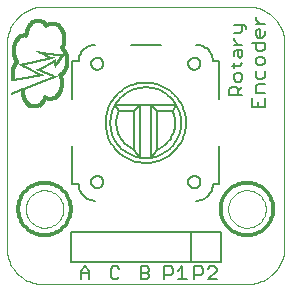
<source format=gto>
G75*
G70*
%OFA0B0*%
%FSLAX24Y24*%
%IPPOS*%
%LPD*%
%AMOC8*
5,1,8,0,0,1.08239X$1,22.5*
%
%ADD10C,0.0000*%
%ADD11C,0.0120*%
%ADD12R,0.0005X0.0110*%
%ADD13R,0.0005X0.0210*%
%ADD14R,0.0005X0.0280*%
%ADD15R,0.0005X0.0325*%
%ADD16R,0.0005X0.0365*%
%ADD17R,0.0005X0.0410*%
%ADD18R,0.0005X0.0440*%
%ADD19R,0.0005X0.0470*%
%ADD20R,0.0005X0.0505*%
%ADD21R,0.0005X0.0530*%
%ADD22R,0.0005X0.0555*%
%ADD23R,0.0005X0.0580*%
%ADD24R,0.0005X0.0600*%
%ADD25R,0.0005X0.0625*%
%ADD26R,0.0005X0.0645*%
%ADD27R,0.0005X0.0665*%
%ADD28R,0.0005X0.0685*%
%ADD29R,0.0005X0.0705*%
%ADD30R,0.0005X0.0715*%
%ADD31R,0.0005X0.0735*%
%ADD32R,0.0005X0.0755*%
%ADD33R,0.0005X0.0090*%
%ADD34R,0.0005X0.0770*%
%ADD35R,0.0005X0.0190*%
%ADD36R,0.0005X0.0355*%
%ADD37R,0.0005X0.0360*%
%ADD38R,0.0005X0.0260*%
%ADD39R,0.0005X0.0315*%
%ADD40R,0.0005X0.0320*%
%ADD41R,0.0005X0.0295*%
%ADD42R,0.0005X0.0275*%
%ADD43R,0.0005X0.0400*%
%ADD44R,0.0005X0.0265*%
%ADD45R,0.0005X0.0435*%
%ADD46R,0.0005X0.0255*%
%ADD47R,0.0005X0.0465*%
%ADD48R,0.0005X0.0245*%
%ADD49R,0.0005X0.0495*%
%ADD50R,0.0005X0.0235*%
%ADD51R,0.0005X0.0525*%
%ADD52R,0.0005X0.0230*%
%ADD53R,0.0005X0.0240*%
%ADD54R,0.0005X0.0545*%
%ADD55R,0.0005X0.0820*%
%ADD56R,0.0005X0.0220*%
%ADD57R,0.0005X0.0025*%
%ADD58R,0.0005X0.0795*%
%ADD59R,0.0005X0.0215*%
%ADD60R,0.0005X0.0035*%
%ADD61R,0.0005X0.0040*%
%ADD62R,0.0005X0.0800*%
%ADD63R,0.0005X0.0205*%
%ADD64R,0.0005X0.0050*%
%ADD65R,0.0005X0.0805*%
%ADD66R,0.0005X0.0165*%
%ADD67R,0.0005X0.0055*%
%ADD68R,0.0005X0.0200*%
%ADD69R,0.0005X0.0060*%
%ADD70R,0.0005X0.0300*%
%ADD71R,0.0005X0.0195*%
%ADD72R,0.0005X0.0065*%
%ADD73R,0.0005X0.0345*%
%ADD74R,0.0005X0.0070*%
%ADD75R,0.0005X0.0385*%
%ADD76R,0.0005X0.0080*%
%ADD77R,0.0005X0.0425*%
%ADD78R,0.0005X0.0185*%
%ADD79R,0.0005X0.0085*%
%ADD80R,0.0005X0.0635*%
%ADD81R,0.0005X0.0810*%
%ADD82R,0.0005X0.0095*%
%ADD83R,0.0005X0.0335*%
%ADD84R,0.0005X0.0655*%
%ADD85R,0.0005X0.0105*%
%ADD86R,0.0005X0.0290*%
%ADD87R,0.0005X0.0660*%
%ADD88R,0.0005X0.0115*%
%ADD89R,0.0005X0.0285*%
%ADD90R,0.0005X0.0120*%
%ADD91R,0.0005X0.0270*%
%ADD92R,0.0005X0.0675*%
%ADD93R,0.0005X0.0130*%
%ADD94R,0.0005X0.0680*%
%ADD95R,0.0005X0.0135*%
%ADD96R,0.0005X0.0250*%
%ADD97R,0.0005X0.0140*%
%ADD98R,0.0005X0.0180*%
%ADD99R,0.0005X0.0695*%
%ADD100R,0.0005X0.0150*%
%ADD101R,0.0005X0.0160*%
%ADD102R,0.0005X0.0155*%
%ADD103R,0.0005X0.0145*%
%ADD104R,0.0005X0.0700*%
%ADD105R,0.0005X0.0225*%
%ADD106R,0.0005X0.0170*%
%ADD107R,0.0005X0.0100*%
%ADD108R,0.0005X0.0075*%
%ADD109R,0.0005X0.0720*%
%ADD110R,0.0005X0.0725*%
%ADD111R,0.0005X0.0340*%
%ADD112R,0.0005X0.0305*%
%ADD113R,0.0005X0.0175*%
%ADD114R,0.0005X0.0005*%
%ADD115R,0.0005X0.0010*%
%ADD116R,0.0005X0.0015*%
%ADD117R,0.0005X0.0020*%
%ADD118R,0.0005X0.0030*%
%ADD119R,0.0005X0.0125*%
%ADD120R,0.0005X0.0045*%
%ADD121R,0.0005X0.0370*%
%ADD122R,0.0005X0.0375*%
%ADD123R,0.0005X0.0350*%
%ADD124R,0.0005X0.0330*%
%ADD125R,0.0005X0.0485*%
%ADD126R,0.0005X0.0480*%
%ADD127R,0.0005X0.0460*%
%ADD128R,0.0005X0.0445*%
%ADD129R,0.0005X0.0310*%
%ADD130R,0.0005X0.0380*%
%ADD131R,0.0005X0.0415*%
%ADD132R,0.0005X0.0450*%
%ADD133R,0.0005X0.0490*%
%ADD134R,0.0005X0.0965*%
%ADD135R,0.0005X0.0975*%
%ADD136R,0.0005X0.0980*%
%ADD137R,0.0005X0.0990*%
%ADD138R,0.0005X0.1005*%
%ADD139R,0.0005X0.0615*%
%ADD140R,0.0005X0.0640*%
%ADD141R,0.0005X0.0605*%
%ADD142R,0.0005X0.0620*%
%ADD143R,0.0005X0.0590*%
%ADD144R,0.0005X0.0570*%
%ADD145R,0.0005X0.0540*%
%ADD146R,0.0005X0.0515*%
%ADD147R,0.0005X0.0565*%
%ADD148R,0.0005X0.0535*%
%ADD149R,0.0005X0.0395*%
%ADD150R,0.0005X0.0520*%
%ADD151R,0.0005X0.0500*%
%ADD152R,0.0005X0.0430*%
%ADD153C,0.0080*%
%ADD154C,0.0060*%
D10*
X001905Y000705D02*
X008655Y000705D01*
X008723Y000707D01*
X008790Y000712D01*
X008857Y000721D01*
X008924Y000734D01*
X008989Y000751D01*
X009054Y000770D01*
X009118Y000794D01*
X009180Y000821D01*
X009241Y000851D01*
X009299Y000884D01*
X009356Y000920D01*
X009411Y000960D01*
X009464Y001002D01*
X009515Y001048D01*
X009562Y001095D01*
X009608Y001146D01*
X009650Y001199D01*
X009690Y001254D01*
X009726Y001311D01*
X009759Y001369D01*
X009789Y001430D01*
X009816Y001492D01*
X009840Y001556D01*
X009859Y001621D01*
X009876Y001686D01*
X009889Y001753D01*
X009898Y001820D01*
X009903Y001887D01*
X009905Y001955D01*
X009905Y008705D01*
X009903Y008773D01*
X009898Y008840D01*
X009889Y008907D01*
X009876Y008974D01*
X009859Y009039D01*
X009840Y009104D01*
X009816Y009168D01*
X009789Y009230D01*
X009759Y009291D01*
X009726Y009349D01*
X009690Y009406D01*
X009650Y009461D01*
X009608Y009514D01*
X009562Y009565D01*
X009515Y009612D01*
X009464Y009658D01*
X009411Y009700D01*
X009356Y009740D01*
X009299Y009776D01*
X009241Y009809D01*
X009180Y009839D01*
X009118Y009866D01*
X009054Y009890D01*
X008989Y009909D01*
X008924Y009926D01*
X008857Y009939D01*
X008790Y009948D01*
X008723Y009953D01*
X008655Y009955D01*
X001905Y009955D01*
X001837Y009953D01*
X001770Y009948D01*
X001703Y009939D01*
X001636Y009926D01*
X001571Y009909D01*
X001506Y009890D01*
X001442Y009866D01*
X001380Y009839D01*
X001319Y009809D01*
X001261Y009776D01*
X001204Y009740D01*
X001149Y009700D01*
X001096Y009658D01*
X001045Y009612D01*
X000998Y009565D01*
X000952Y009514D01*
X000910Y009461D01*
X000870Y009406D01*
X000834Y009349D01*
X000801Y009291D01*
X000771Y009230D01*
X000744Y009168D01*
X000720Y009104D01*
X000701Y009039D01*
X000684Y008974D01*
X000671Y008907D01*
X000662Y008840D01*
X000657Y008773D01*
X000655Y008705D01*
X000655Y001955D01*
X000656Y001955D02*
X000654Y001889D01*
X000656Y001823D01*
X000662Y001757D01*
X000671Y001691D01*
X000684Y001626D01*
X000701Y001561D01*
X000721Y001498D01*
X000745Y001436D01*
X000772Y001376D01*
X000803Y001317D01*
X000837Y001259D01*
X000874Y001204D01*
X000914Y001151D01*
X000957Y001101D01*
X001002Y001052D01*
X001051Y001007D01*
X001101Y000964D01*
X001154Y000924D01*
X001209Y000887D01*
X001267Y000853D01*
X001326Y000822D01*
X001386Y000795D01*
X001448Y000771D01*
X001511Y000751D01*
X001576Y000734D01*
X001641Y000721D01*
X001707Y000712D01*
X001773Y000706D01*
X001839Y000704D01*
X001905Y000706D01*
X001280Y003205D02*
X001282Y003255D01*
X001288Y003304D01*
X001298Y003353D01*
X001311Y003400D01*
X001329Y003447D01*
X001350Y003492D01*
X001374Y003535D01*
X001402Y003576D01*
X001433Y003615D01*
X001467Y003651D01*
X001504Y003685D01*
X001544Y003715D01*
X001585Y003742D01*
X001629Y003766D01*
X001674Y003786D01*
X001721Y003802D01*
X001769Y003815D01*
X001818Y003824D01*
X001868Y003829D01*
X001917Y003830D01*
X001967Y003827D01*
X002016Y003820D01*
X002065Y003809D01*
X002112Y003795D01*
X002158Y003776D01*
X002203Y003754D01*
X002246Y003729D01*
X002286Y003700D01*
X002324Y003668D01*
X002360Y003634D01*
X002393Y003596D01*
X002422Y003556D01*
X002448Y003514D01*
X002471Y003470D01*
X002490Y003424D01*
X002506Y003377D01*
X002518Y003328D01*
X002526Y003279D01*
X002530Y003230D01*
X002530Y003180D01*
X002526Y003131D01*
X002518Y003082D01*
X002506Y003033D01*
X002490Y002986D01*
X002471Y002940D01*
X002448Y002896D01*
X002422Y002854D01*
X002393Y002814D01*
X002360Y002776D01*
X002324Y002742D01*
X002286Y002710D01*
X002246Y002681D01*
X002203Y002656D01*
X002158Y002634D01*
X002112Y002615D01*
X002065Y002601D01*
X002016Y002590D01*
X001967Y002583D01*
X001917Y002580D01*
X001868Y002581D01*
X001818Y002586D01*
X001769Y002595D01*
X001721Y002608D01*
X001674Y002624D01*
X001629Y002644D01*
X001585Y002668D01*
X001544Y002695D01*
X001504Y002725D01*
X001467Y002759D01*
X001433Y002795D01*
X001402Y002834D01*
X001374Y002875D01*
X001350Y002918D01*
X001329Y002963D01*
X001311Y003010D01*
X001298Y003057D01*
X001288Y003106D01*
X001282Y003155D01*
X001280Y003205D01*
X008030Y003205D02*
X008032Y003255D01*
X008038Y003304D01*
X008048Y003353D01*
X008061Y003400D01*
X008079Y003447D01*
X008100Y003492D01*
X008124Y003535D01*
X008152Y003576D01*
X008183Y003615D01*
X008217Y003651D01*
X008254Y003685D01*
X008294Y003715D01*
X008335Y003742D01*
X008379Y003766D01*
X008424Y003786D01*
X008471Y003802D01*
X008519Y003815D01*
X008568Y003824D01*
X008618Y003829D01*
X008667Y003830D01*
X008717Y003827D01*
X008766Y003820D01*
X008815Y003809D01*
X008862Y003795D01*
X008908Y003776D01*
X008953Y003754D01*
X008996Y003729D01*
X009036Y003700D01*
X009074Y003668D01*
X009110Y003634D01*
X009143Y003596D01*
X009172Y003556D01*
X009198Y003514D01*
X009221Y003470D01*
X009240Y003424D01*
X009256Y003377D01*
X009268Y003328D01*
X009276Y003279D01*
X009280Y003230D01*
X009280Y003180D01*
X009276Y003131D01*
X009268Y003082D01*
X009256Y003033D01*
X009240Y002986D01*
X009221Y002940D01*
X009198Y002896D01*
X009172Y002854D01*
X009143Y002814D01*
X009110Y002776D01*
X009074Y002742D01*
X009036Y002710D01*
X008996Y002681D01*
X008953Y002656D01*
X008908Y002634D01*
X008862Y002615D01*
X008815Y002601D01*
X008766Y002590D01*
X008717Y002583D01*
X008667Y002580D01*
X008618Y002581D01*
X008568Y002586D01*
X008519Y002595D01*
X008471Y002608D01*
X008424Y002624D01*
X008379Y002644D01*
X008335Y002668D01*
X008294Y002695D01*
X008254Y002725D01*
X008217Y002759D01*
X008183Y002795D01*
X008152Y002834D01*
X008124Y002875D01*
X008100Y002918D01*
X008079Y002963D01*
X008061Y003010D01*
X008048Y003057D01*
X008038Y003106D01*
X008032Y003155D01*
X008030Y003205D01*
D11*
X008655Y004080D02*
X008597Y004078D01*
X008538Y004072D01*
X008481Y004062D01*
X008424Y004049D01*
X008368Y004032D01*
X008313Y004011D01*
X008260Y003986D01*
X008209Y003958D01*
X008160Y003926D01*
X008113Y003892D01*
X008068Y003854D01*
X008026Y003813D01*
X007987Y003770D01*
X007951Y003724D01*
X007917Y003676D01*
X007888Y003626D01*
X007861Y003573D01*
X007838Y003519D01*
X007819Y003464D01*
X007804Y003408D01*
X007792Y003351D01*
X007784Y003293D01*
X007780Y003234D01*
X007780Y003176D01*
X007784Y003117D01*
X007792Y003059D01*
X007804Y003002D01*
X007819Y002946D01*
X007838Y002891D01*
X007861Y002837D01*
X007888Y002784D01*
X007917Y002734D01*
X007951Y002686D01*
X007987Y002640D01*
X008026Y002597D01*
X008068Y002556D01*
X008113Y002518D01*
X008160Y002484D01*
X008209Y002452D01*
X008260Y002424D01*
X008313Y002399D01*
X008368Y002378D01*
X008424Y002361D01*
X008481Y002348D01*
X008538Y002338D01*
X008597Y002332D01*
X008655Y002330D01*
X008713Y002332D01*
X008772Y002338D01*
X008829Y002348D01*
X008886Y002361D01*
X008942Y002378D01*
X008997Y002399D01*
X009050Y002424D01*
X009101Y002452D01*
X009150Y002484D01*
X009197Y002518D01*
X009242Y002556D01*
X009284Y002597D01*
X009323Y002640D01*
X009359Y002686D01*
X009393Y002734D01*
X009422Y002784D01*
X009449Y002837D01*
X009472Y002891D01*
X009491Y002946D01*
X009506Y003002D01*
X009518Y003059D01*
X009526Y003117D01*
X009530Y003176D01*
X009530Y003234D01*
X009526Y003293D01*
X009518Y003351D01*
X009506Y003408D01*
X009491Y003464D01*
X009472Y003519D01*
X009449Y003573D01*
X009422Y003626D01*
X009393Y003676D01*
X009359Y003724D01*
X009323Y003770D01*
X009284Y003813D01*
X009242Y003854D01*
X009197Y003892D01*
X009150Y003926D01*
X009101Y003958D01*
X009050Y003986D01*
X008997Y004011D01*
X008942Y004032D01*
X008886Y004049D01*
X008829Y004062D01*
X008772Y004072D01*
X008713Y004078D01*
X008655Y004080D01*
X001905Y004080D02*
X001847Y004078D01*
X001788Y004072D01*
X001731Y004062D01*
X001674Y004049D01*
X001618Y004032D01*
X001563Y004011D01*
X001510Y003986D01*
X001459Y003958D01*
X001410Y003926D01*
X001363Y003892D01*
X001318Y003854D01*
X001276Y003813D01*
X001237Y003770D01*
X001201Y003724D01*
X001167Y003676D01*
X001138Y003626D01*
X001111Y003573D01*
X001088Y003519D01*
X001069Y003464D01*
X001054Y003408D01*
X001042Y003351D01*
X001034Y003293D01*
X001030Y003234D01*
X001030Y003176D01*
X001034Y003117D01*
X001042Y003059D01*
X001054Y003002D01*
X001069Y002946D01*
X001088Y002891D01*
X001111Y002837D01*
X001138Y002784D01*
X001167Y002734D01*
X001201Y002686D01*
X001237Y002640D01*
X001276Y002597D01*
X001318Y002556D01*
X001363Y002518D01*
X001410Y002484D01*
X001459Y002452D01*
X001510Y002424D01*
X001563Y002399D01*
X001618Y002378D01*
X001674Y002361D01*
X001731Y002348D01*
X001788Y002338D01*
X001847Y002332D01*
X001905Y002330D01*
X001963Y002332D01*
X002022Y002338D01*
X002079Y002348D01*
X002136Y002361D01*
X002192Y002378D01*
X002247Y002399D01*
X002300Y002424D01*
X002351Y002452D01*
X002400Y002484D01*
X002447Y002518D01*
X002492Y002556D01*
X002534Y002597D01*
X002573Y002640D01*
X002609Y002686D01*
X002643Y002734D01*
X002672Y002784D01*
X002699Y002837D01*
X002722Y002891D01*
X002741Y002946D01*
X002756Y003002D01*
X002768Y003059D01*
X002776Y003117D01*
X002780Y003176D01*
X002780Y003234D01*
X002776Y003293D01*
X002768Y003351D01*
X002756Y003408D01*
X002741Y003464D01*
X002722Y003519D01*
X002699Y003573D01*
X002672Y003626D01*
X002643Y003676D01*
X002609Y003724D01*
X002573Y003770D01*
X002534Y003813D01*
X002492Y003854D01*
X002447Y003892D01*
X002400Y003926D01*
X002351Y003958D01*
X002300Y003986D01*
X002247Y004011D01*
X002192Y004032D01*
X002136Y004049D01*
X002079Y004062D01*
X002022Y004072D01*
X001963Y004078D01*
X001905Y004080D01*
D12*
X002224Y007619D03*
X002419Y007649D03*
X002319Y008024D03*
X002329Y008039D03*
X002334Y008044D03*
X002339Y008054D03*
X002344Y008059D03*
X002349Y008069D03*
X002354Y008074D03*
X002359Y008079D03*
X002364Y008089D03*
X002369Y008094D03*
X002379Y008109D03*
X002389Y008124D03*
X002394Y008129D03*
X002404Y008144D03*
X002434Y008189D03*
X002444Y008204D03*
X002449Y008209D03*
X002454Y008214D03*
X002464Y008229D03*
X002739Y008124D03*
X002089Y008244D03*
X001934Y008364D03*
X001929Y008364D03*
X001924Y008369D03*
X001919Y008369D03*
X001779Y007839D03*
X001774Y007839D03*
X001754Y007679D03*
X001749Y007679D03*
X001214Y007994D03*
X001209Y007994D03*
D13*
X001014Y008124D03*
X000819Y007714D03*
X001324Y006774D03*
X001864Y006774D03*
X001869Y006779D03*
X002389Y007034D03*
X002569Y007764D03*
X002734Y008124D03*
X002464Y009229D03*
X001434Y009314D03*
X001284Y009029D03*
D14*
X001304Y009064D03*
X000824Y007714D03*
X001274Y006869D03*
X002729Y008124D03*
X002614Y008399D03*
D15*
X002724Y008126D03*
X002524Y009096D03*
X000984Y008136D03*
X000829Y007716D03*
D16*
X001349Y009121D03*
X002719Y008126D03*
D17*
X002714Y008124D03*
X001219Y007029D03*
D18*
X001229Y007019D03*
X002709Y008124D03*
D19*
X002704Y008124D03*
X001244Y007009D03*
D20*
X000859Y007726D03*
X002699Y008126D03*
D21*
X002694Y008124D03*
D22*
X002689Y008126D03*
X000879Y007751D03*
D23*
X000894Y007769D03*
X002684Y008124D03*
D24*
X002679Y008124D03*
X000904Y007779D03*
D25*
X002674Y008126D03*
D26*
X002669Y008126D03*
X002524Y007481D03*
D27*
X002509Y007451D03*
X002664Y008126D03*
D28*
X002659Y008126D03*
X002494Y007426D03*
D29*
X002474Y007396D03*
X002654Y008126D03*
D30*
X002649Y008126D03*
X002469Y007391D03*
X002464Y007386D03*
D31*
X002644Y008126D03*
D32*
X002639Y008126D03*
D33*
X002529Y008309D03*
X002114Y008244D03*
X001884Y008379D03*
X001874Y008384D03*
X001869Y008384D03*
X001754Y007839D03*
X001779Y007674D03*
X002249Y007619D03*
X002414Y007654D03*
X002639Y008859D03*
X001184Y007999D03*
D34*
X002634Y008124D03*
D35*
X002304Y008044D03*
X002634Y008859D03*
X001979Y009334D03*
X001974Y009339D03*
X001964Y009344D03*
X001959Y009349D03*
X001954Y009354D03*
X001949Y009359D03*
X001474Y009364D03*
X001469Y009359D03*
X001464Y009354D03*
X001279Y009019D03*
X001059Y008894D03*
X001054Y008889D03*
X001049Y008884D03*
X001964Y006904D03*
X001839Y006744D03*
X001834Y006739D03*
X001354Y006739D03*
X001349Y006744D03*
X002354Y006989D03*
X002359Y006994D03*
D36*
X002629Y007911D03*
X002619Y008861D03*
X001339Y009106D03*
D37*
X001344Y009114D03*
X001374Y009164D03*
X000924Y007929D03*
X001199Y007049D03*
X001259Y006929D03*
X002629Y008339D03*
D38*
X002629Y008859D03*
X002504Y009159D03*
X001299Y009054D03*
X000979Y008774D03*
X000999Y008129D03*
X002429Y007104D03*
D39*
X002624Y007881D03*
X002624Y008371D03*
X000929Y007961D03*
D40*
X001264Y006904D03*
X002624Y008859D03*
X001379Y009194D03*
X001319Y009084D03*
D41*
X001309Y009071D03*
X001384Y009211D03*
X002619Y008386D03*
X002619Y007866D03*
X001269Y006886D03*
D42*
X001174Y007081D03*
X002279Y008051D03*
X002614Y007851D03*
X002449Y007596D03*
X002434Y007121D03*
D43*
X001214Y007034D03*
X002614Y008859D03*
D44*
X002514Y008596D03*
X002609Y008416D03*
X002289Y008061D03*
X002609Y007836D03*
X001279Y006856D03*
X001394Y009241D03*
D45*
X002609Y008861D03*
D46*
X002604Y008426D03*
X002294Y008061D03*
X002604Y007826D03*
X002424Y007096D03*
X001284Y006846D03*
X001399Y009251D03*
D47*
X002604Y008861D03*
X000844Y007701D03*
D48*
X000989Y008796D03*
X001404Y009261D03*
X002599Y008436D03*
X002599Y007816D03*
X002419Y007086D03*
X001929Y006871D03*
X001924Y006866D03*
X001899Y006831D03*
D49*
X002599Y008861D03*
D50*
X002594Y008446D03*
X002594Y007806D03*
X002554Y007401D03*
X002409Y007066D03*
X001939Y006881D03*
X001934Y006876D03*
X001299Y006816D03*
X000994Y008806D03*
X001414Y009281D03*
D51*
X002594Y008861D03*
D52*
X002489Y009189D03*
X002484Y009199D03*
X001419Y009289D03*
X001289Y009039D03*
X000999Y008814D03*
X002589Y007799D03*
X002584Y007789D03*
X001889Y006814D03*
X001884Y006804D03*
X001304Y006804D03*
D53*
X001294Y006824D03*
X001894Y006824D03*
X002414Y007074D03*
X002274Y008064D03*
X002589Y008454D03*
X002509Y008589D03*
X002494Y009179D03*
X001409Y009274D03*
X001004Y008129D03*
D54*
X000874Y007746D03*
X002589Y008861D03*
D55*
X002584Y008739D03*
D56*
X002474Y009214D03*
X001424Y009299D03*
X001009Y008829D03*
X001004Y008824D03*
X002579Y007779D03*
X002399Y007049D03*
X001314Y006789D03*
D57*
X001864Y007656D03*
X001869Y007656D03*
X001689Y007831D03*
X001714Y008431D03*
X001719Y008431D03*
X002214Y008231D03*
X002219Y008231D03*
X002579Y008336D03*
X002319Y007611D03*
X001099Y008011D03*
X001094Y008011D03*
D58*
X002579Y008761D03*
X002574Y008771D03*
D59*
X002504Y008581D03*
X002269Y008076D03*
X002574Y007771D03*
X002394Y007041D03*
X001949Y006891D03*
X001874Y006786D03*
X001319Y006781D03*
X001014Y008836D03*
X001429Y009306D03*
X002469Y009221D03*
D60*
X001749Y008421D03*
X001739Y008426D03*
X001734Y008426D03*
X001699Y007831D03*
X001694Y007831D03*
X001854Y007656D03*
X002404Y007656D03*
X002574Y008331D03*
X001114Y008006D03*
D61*
X001119Y008009D03*
X001704Y007834D03*
X001844Y007659D03*
X001849Y007659D03*
X002299Y007614D03*
X002304Y007614D03*
X002194Y008234D03*
X002189Y008234D03*
X002459Y008559D03*
X002569Y008329D03*
X001759Y008419D03*
X001754Y008419D03*
X001744Y008424D03*
D62*
X002554Y008809D03*
X002559Y008799D03*
X002569Y008779D03*
D63*
X002459Y009236D03*
X002454Y009241D03*
X001439Y009321D03*
X001024Y008851D03*
X001019Y008846D03*
X002559Y007751D03*
X002564Y007756D03*
X002384Y007026D03*
X001954Y006896D03*
X001859Y006766D03*
X001329Y006766D03*
D64*
X001829Y007664D03*
X001714Y007834D03*
X001774Y008414D03*
X001779Y008414D03*
X001134Y008004D03*
X002284Y007614D03*
X002289Y007614D03*
X002294Y007614D03*
X002564Y008329D03*
D65*
X002564Y008791D03*
X002549Y008816D03*
X002544Y008826D03*
X002539Y008831D03*
X002534Y008841D03*
D66*
X002374Y009321D03*
X002369Y009326D03*
X002364Y009326D03*
X002359Y009331D03*
X002034Y009336D03*
X002024Y009331D03*
X002019Y009326D03*
X002014Y009326D03*
X002004Y009321D03*
X001999Y009321D03*
X001879Y009421D03*
X001874Y009426D03*
X001864Y009431D03*
X001549Y009426D03*
X001539Y009421D03*
X001534Y009416D03*
X001274Y009006D03*
X001129Y008951D03*
X001124Y008946D03*
X001119Y008946D03*
X001114Y008941D03*
X001109Y008936D03*
X002479Y008276D03*
X002559Y007401D03*
X002294Y006936D03*
X002289Y006931D03*
X002284Y006931D03*
X002279Y006926D03*
X002269Y006921D03*
X001974Y006911D03*
X001779Y006686D03*
X001769Y006681D03*
X001764Y006676D03*
X001759Y006671D03*
X001749Y006666D03*
X001439Y006666D03*
X001429Y006671D03*
X001424Y006676D03*
X001419Y006681D03*
X001409Y006686D03*
D67*
X001129Y007546D03*
X001099Y007541D03*
X001069Y007536D03*
X001039Y007531D03*
X001014Y007526D03*
X001009Y007526D03*
X000984Y007521D03*
X000979Y007521D03*
X000954Y007516D03*
X000949Y007516D03*
X000829Y007496D03*
X000824Y007496D03*
X001139Y008006D03*
X001719Y007836D03*
X001824Y007661D03*
X002169Y008236D03*
X002174Y008236D03*
X002559Y008326D03*
X001799Y008406D03*
X001794Y008406D03*
X001789Y008411D03*
X001784Y008411D03*
D68*
X002499Y008579D03*
X002449Y009249D03*
X001449Y009334D03*
X001444Y009329D03*
X001029Y008859D03*
X000924Y007584D03*
X001159Y007114D03*
X001334Y006759D03*
X001339Y006754D03*
X001849Y006754D03*
X001854Y006759D03*
X001959Y006899D03*
X002374Y007014D03*
X002379Y007019D03*
X002439Y007624D03*
X002554Y007744D03*
D69*
X002279Y007614D03*
X002274Y007614D03*
X002169Y007574D03*
X002144Y007564D03*
X002119Y007554D03*
X002094Y007544D03*
X002029Y007519D03*
X002004Y007509D03*
X001979Y007499D03*
X001954Y007489D03*
X001889Y007464D03*
X001864Y007454D03*
X001839Y007444D03*
X001814Y007434D03*
X001749Y007409D03*
X001724Y007399D03*
X001699Y007389D03*
X001674Y007379D03*
X001584Y007344D03*
X001559Y007334D03*
X001534Y007324D03*
X001509Y007314D03*
X001444Y007289D03*
X001419Y007279D03*
X001394Y007269D03*
X001369Y007259D03*
X001344Y007249D03*
X001319Y007239D03*
X001304Y007234D03*
X001279Y007224D03*
X001214Y007559D03*
X001209Y007559D03*
X001204Y007559D03*
X001199Y007559D03*
X001194Y007559D03*
X001189Y007559D03*
X001184Y007554D03*
X001179Y007554D03*
X001174Y007554D03*
X001169Y007554D03*
X001164Y007554D03*
X001159Y007554D03*
X001154Y007549D03*
X001149Y007549D03*
X001144Y007549D03*
X001139Y007549D03*
X001134Y007549D03*
X001124Y007544D03*
X001119Y007544D03*
X001114Y007544D03*
X001109Y007544D03*
X001104Y007544D03*
X001094Y007539D03*
X001089Y007539D03*
X001084Y007539D03*
X001079Y007539D03*
X001074Y007539D03*
X001064Y007534D03*
X001059Y007534D03*
X001054Y007534D03*
X001049Y007534D03*
X001044Y007534D03*
X001034Y007529D03*
X001029Y007529D03*
X001024Y007529D03*
X001019Y007529D03*
X001004Y007524D03*
X000999Y007524D03*
X000994Y007524D03*
X000989Y007524D03*
X000974Y007519D03*
X000969Y007519D03*
X000964Y007519D03*
X000959Y007519D03*
X000819Y007494D03*
X000814Y007494D03*
X001219Y007564D03*
X001224Y007564D03*
X001229Y007564D03*
X001234Y007564D03*
X001239Y007564D03*
X001244Y007564D03*
X001254Y007569D03*
X001259Y007569D03*
X001264Y007569D03*
X001269Y007569D03*
X001274Y007569D03*
X001284Y007574D03*
X001289Y007574D03*
X001294Y007574D03*
X001299Y007574D03*
X001309Y007579D03*
X001314Y007579D03*
X001319Y007579D03*
X001324Y007579D03*
X001329Y007579D03*
X001339Y007584D03*
X001344Y007584D03*
X001349Y007584D03*
X001354Y007584D03*
X001359Y007584D03*
X001369Y007589D03*
X001374Y007589D03*
X001379Y007589D03*
X001384Y007589D03*
X001389Y007589D03*
X001399Y007594D03*
X001404Y007594D03*
X001409Y007594D03*
X001414Y007594D03*
X001424Y007599D03*
X001429Y007599D03*
X001434Y007599D03*
X001439Y007599D03*
X001444Y007599D03*
X001454Y007604D03*
X001459Y007604D03*
X001464Y007604D03*
X001469Y007604D03*
X001474Y007604D03*
X001484Y007609D03*
X001489Y007609D03*
X001494Y007609D03*
X001499Y007609D03*
X001504Y007609D03*
X001514Y007614D03*
X001519Y007614D03*
X001524Y007614D03*
X001529Y007614D03*
X001534Y007614D03*
X001544Y007619D03*
X001549Y007619D03*
X001554Y007619D03*
X001559Y007619D03*
X001569Y007624D03*
X001574Y007624D03*
X001579Y007624D03*
X001584Y007624D03*
X001589Y007624D03*
X001599Y007629D03*
X001604Y007629D03*
X001609Y007629D03*
X001614Y007629D03*
X001619Y007629D03*
X001629Y007634D03*
X001634Y007634D03*
X001639Y007634D03*
X001644Y007634D03*
X001649Y007634D03*
X001659Y007639D03*
X001664Y007639D03*
X001669Y007639D03*
X001674Y007639D03*
X001684Y007644D03*
X001689Y007644D03*
X001694Y007644D03*
X001699Y007644D03*
X001704Y007644D03*
X001819Y007664D03*
X001859Y007784D03*
X001884Y007774D03*
X001909Y007764D03*
X001834Y007794D03*
X001724Y007834D03*
X001649Y008119D03*
X001669Y008124D03*
X001689Y008129D03*
X001714Y008134D03*
X001734Y008139D03*
X001754Y008144D03*
X001779Y008149D03*
X001799Y008154D03*
X001819Y008159D03*
X001844Y008164D03*
X001864Y008169D03*
X001884Y008174D03*
X001909Y008179D03*
X001929Y008184D03*
X001949Y008189D03*
X001974Y008194D03*
X001989Y008199D03*
X001994Y008199D03*
X002004Y008204D03*
X002009Y008204D03*
X002014Y008204D03*
X002029Y008209D03*
X002034Y008209D03*
X002039Y008209D03*
X002049Y008214D03*
X002054Y008214D03*
X002159Y008239D03*
X002164Y008239D03*
X002199Y008359D03*
X002204Y008359D03*
X002209Y008359D03*
X002214Y008359D03*
X002224Y008354D03*
X002229Y008354D03*
X002234Y008354D03*
X002239Y008354D03*
X002244Y008354D03*
X002249Y008354D03*
X002254Y008354D03*
X002259Y008354D03*
X002264Y008354D03*
X002269Y008349D03*
X002274Y008349D03*
X002279Y008349D03*
X002284Y008349D03*
X002289Y008349D03*
X002294Y008349D03*
X002299Y008349D03*
X002304Y008349D03*
X002309Y008349D03*
X002314Y008349D03*
X002319Y008344D03*
X002324Y008344D03*
X002329Y008344D03*
X002334Y008344D03*
X002339Y008344D03*
X002344Y008344D03*
X002349Y008344D03*
X002354Y008344D03*
X002359Y008344D03*
X002364Y008344D03*
X002369Y008339D03*
X002374Y008339D03*
X002379Y008339D03*
X002384Y008339D03*
X002389Y008339D03*
X002394Y008339D03*
X002399Y008339D03*
X002404Y008339D03*
X002409Y008339D03*
X002414Y008339D03*
X002419Y008334D03*
X002424Y008334D03*
X002429Y008334D03*
X002434Y008334D03*
X002439Y008334D03*
X002444Y008334D03*
X002449Y008334D03*
X002454Y008334D03*
X002459Y008334D03*
X002464Y008334D03*
X002469Y008329D03*
X002554Y008324D03*
X002164Y008364D03*
X002159Y008364D03*
X002154Y008364D03*
X002114Y008369D03*
X002109Y008369D03*
X002084Y008374D03*
X002079Y008374D03*
X002074Y008374D03*
X002069Y008374D03*
X002064Y008374D03*
X002054Y008379D03*
X002049Y008379D03*
X002044Y008379D03*
X002039Y008379D03*
X002034Y008379D03*
X002029Y008379D03*
X002024Y008379D03*
X002019Y008379D03*
X002009Y008384D03*
X002004Y008384D03*
X001999Y008384D03*
X001994Y008384D03*
X001989Y008384D03*
X001984Y008384D03*
X001809Y008404D03*
X001804Y008404D03*
X001624Y008114D03*
X001604Y008109D03*
X001584Y008104D03*
X001559Y008099D03*
X001539Y008094D03*
X001519Y008089D03*
X001494Y008084D03*
X001474Y008079D03*
X001454Y008074D03*
X001429Y008069D03*
X001409Y008064D03*
X001389Y008059D03*
X001364Y008054D03*
X001344Y008049D03*
X001324Y008044D03*
X001304Y008039D03*
X001299Y008039D03*
X001279Y008034D03*
X001259Y008029D03*
X001149Y008004D03*
X001144Y008004D03*
D70*
X000989Y008134D03*
X000859Y008479D03*
X002519Y009119D03*
X002549Y007399D03*
D71*
X002539Y007726D03*
X002544Y007731D03*
X002549Y007736D03*
X002369Y007006D03*
X002364Y007001D03*
X001844Y006746D03*
X001344Y006751D03*
X001034Y008866D03*
X001039Y008871D03*
X001044Y008876D03*
X001454Y009341D03*
X001459Y009346D03*
X002434Y009266D03*
X002439Y009261D03*
X002444Y009256D03*
D72*
X002219Y008356D03*
X002194Y008361D03*
X002189Y008361D03*
X002184Y008361D03*
X002179Y008361D03*
X002174Y008361D03*
X002169Y008361D03*
X002149Y008366D03*
X002144Y008366D03*
X002139Y008366D03*
X002134Y008366D03*
X002129Y008366D03*
X002124Y008366D03*
X002119Y008366D03*
X002104Y008371D03*
X002099Y008371D03*
X002094Y008371D03*
X002089Y008371D03*
X002059Y008376D03*
X002014Y008381D03*
X001984Y008316D03*
X001994Y008311D03*
X002004Y008306D03*
X002014Y008301D03*
X002024Y008296D03*
X002034Y008291D03*
X002044Y008286D03*
X002054Y008281D03*
X002044Y008211D03*
X002024Y008206D03*
X002019Y008206D03*
X001999Y008201D03*
X001984Y008196D03*
X001979Y008196D03*
X001969Y008191D03*
X001964Y008191D03*
X001959Y008191D03*
X001954Y008191D03*
X001944Y008186D03*
X001939Y008186D03*
X001934Y008186D03*
X001924Y008181D03*
X001919Y008181D03*
X001914Y008181D03*
X001904Y008176D03*
X001899Y008176D03*
X001894Y008176D03*
X001889Y008176D03*
X001879Y008171D03*
X001874Y008171D03*
X001869Y008171D03*
X001859Y008166D03*
X001854Y008166D03*
X001849Y008166D03*
X001839Y008161D03*
X001834Y008161D03*
X001829Y008161D03*
X001824Y008161D03*
X001814Y008156D03*
X001809Y008156D03*
X001804Y008156D03*
X001794Y008151D03*
X001789Y008151D03*
X001784Y008151D03*
X001774Y008146D03*
X001769Y008146D03*
X001764Y008146D03*
X001759Y008146D03*
X001749Y008141D03*
X001744Y008141D03*
X001739Y008141D03*
X001729Y008136D03*
X001724Y008136D03*
X001719Y008136D03*
X001709Y008131D03*
X001704Y008131D03*
X001699Y008131D03*
X001694Y008131D03*
X001684Y008126D03*
X001679Y008126D03*
X001674Y008126D03*
X001664Y008121D03*
X001659Y008121D03*
X001654Y008121D03*
X001644Y008116D03*
X001639Y008116D03*
X001634Y008116D03*
X001629Y008116D03*
X001619Y008111D03*
X001614Y008111D03*
X001609Y008111D03*
X001599Y008106D03*
X001594Y008106D03*
X001589Y008106D03*
X001579Y008101D03*
X001574Y008101D03*
X001569Y008101D03*
X001564Y008101D03*
X001554Y008096D03*
X001549Y008096D03*
X001544Y008096D03*
X001534Y008091D03*
X001529Y008091D03*
X001524Y008091D03*
X001514Y008086D03*
X001509Y008086D03*
X001504Y008086D03*
X001499Y008086D03*
X001489Y008081D03*
X001484Y008081D03*
X001479Y008081D03*
X001469Y008076D03*
X001464Y008076D03*
X001459Y008076D03*
X001449Y008071D03*
X001444Y008071D03*
X001439Y008071D03*
X001434Y008071D03*
X001424Y008066D03*
X001419Y008066D03*
X001414Y008066D03*
X001404Y008061D03*
X001399Y008061D03*
X001394Y008061D03*
X001384Y008056D03*
X001379Y008056D03*
X001374Y008056D03*
X001369Y008056D03*
X001359Y008051D03*
X001354Y008051D03*
X001349Y008051D03*
X001339Y008046D03*
X001334Y008046D03*
X001329Y008046D03*
X001319Y008041D03*
X001314Y008041D03*
X001309Y008041D03*
X001294Y008036D03*
X001289Y008036D03*
X001284Y008036D03*
X001274Y008031D03*
X001269Y008031D03*
X001264Y008031D03*
X001254Y008026D03*
X001249Y008026D03*
X001244Y008026D03*
X001244Y007956D03*
X001254Y007951D03*
X001264Y007946D03*
X001274Y007941D03*
X001284Y007936D03*
X001294Y007931D03*
X001304Y007926D03*
X001314Y007921D03*
X001324Y007916D03*
X001334Y007911D03*
X001344Y007906D03*
X001354Y007901D03*
X001364Y007896D03*
X001374Y007891D03*
X001384Y007886D03*
X001394Y007881D03*
X001404Y007876D03*
X001414Y007871D03*
X001424Y007866D03*
X001434Y007861D03*
X001444Y007856D03*
X001449Y007851D03*
X001454Y007851D03*
X001459Y007846D03*
X001464Y007846D03*
X001469Y007841D03*
X001474Y007841D03*
X001479Y007836D03*
X001484Y007836D03*
X001489Y007831D03*
X001499Y007826D03*
X001509Y007821D03*
X001519Y007816D03*
X001529Y007811D03*
X001539Y007806D03*
X001549Y007801D03*
X001559Y007796D03*
X001569Y007791D03*
X001579Y007786D03*
X001594Y007626D03*
X001624Y007631D03*
X001654Y007636D03*
X001679Y007641D03*
X001709Y007646D03*
X001814Y007666D03*
X001849Y007786D03*
X001854Y007786D03*
X001864Y007781D03*
X001869Y007781D03*
X001874Y007776D03*
X001879Y007776D03*
X001889Y007771D03*
X001894Y007771D03*
X001899Y007766D03*
X001904Y007766D03*
X001914Y007761D03*
X001919Y007761D03*
X001924Y007756D03*
X001929Y007756D03*
X001934Y007756D03*
X001939Y007751D03*
X001944Y007751D03*
X001949Y007746D03*
X001954Y007746D03*
X001959Y007746D03*
X001969Y007741D03*
X001979Y007736D03*
X001984Y007736D03*
X001994Y007731D03*
X002004Y007726D03*
X002009Y007726D03*
X002019Y007721D03*
X002029Y007716D03*
X002039Y007711D03*
X002044Y007711D03*
X002054Y007706D03*
X002064Y007701D03*
X002069Y007701D03*
X002079Y007696D03*
X002089Y007691D03*
X002094Y007691D03*
X002104Y007686D03*
X002114Y007681D03*
X002129Y007676D03*
X002139Y007671D03*
X002164Y007661D03*
X002184Y007581D03*
X002179Y007576D03*
X002174Y007576D03*
X002164Y007571D03*
X002159Y007571D03*
X002154Y007566D03*
X002149Y007566D03*
X002139Y007561D03*
X002134Y007561D03*
X002129Y007556D03*
X002124Y007556D03*
X002114Y007551D03*
X002109Y007551D03*
X002104Y007546D03*
X002099Y007546D03*
X002089Y007541D03*
X002084Y007541D03*
X002079Y007536D03*
X002074Y007536D03*
X002069Y007536D03*
X002064Y007531D03*
X002059Y007531D03*
X002054Y007526D03*
X002049Y007526D03*
X002044Y007526D03*
X002039Y007521D03*
X002034Y007521D03*
X002024Y007516D03*
X002019Y007516D03*
X002014Y007511D03*
X002009Y007511D03*
X001999Y007506D03*
X001994Y007506D03*
X001989Y007501D03*
X001984Y007501D03*
X001974Y007496D03*
X001969Y007496D03*
X001964Y007491D03*
X001959Y007491D03*
X001949Y007486D03*
X001944Y007486D03*
X001939Y007481D03*
X001934Y007481D03*
X001929Y007481D03*
X001924Y007476D03*
X001919Y007476D03*
X001914Y007471D03*
X001909Y007471D03*
X001904Y007471D03*
X001899Y007466D03*
X001894Y007466D03*
X001884Y007461D03*
X001879Y007461D03*
X001874Y007456D03*
X001869Y007456D03*
X001859Y007451D03*
X001854Y007451D03*
X001849Y007446D03*
X001844Y007446D03*
X001834Y007441D03*
X001829Y007441D03*
X001824Y007436D03*
X001819Y007436D03*
X001809Y007431D03*
X001804Y007431D03*
X001799Y007426D03*
X001794Y007426D03*
X001789Y007426D03*
X001784Y007421D03*
X001779Y007421D03*
X001774Y007416D03*
X001769Y007416D03*
X001764Y007416D03*
X001759Y007411D03*
X001754Y007411D03*
X001744Y007406D03*
X001739Y007406D03*
X001734Y007401D03*
X001729Y007401D03*
X001719Y007396D03*
X001714Y007396D03*
X001709Y007391D03*
X001704Y007391D03*
X001694Y007386D03*
X001689Y007386D03*
X001684Y007381D03*
X001679Y007381D03*
X001669Y007376D03*
X001664Y007376D03*
X001659Y007371D03*
X001654Y007371D03*
X001649Y007371D03*
X001644Y007366D03*
X001639Y007366D03*
X001634Y007361D03*
X001629Y007361D03*
X001624Y007361D03*
X001619Y007356D03*
X001614Y007356D03*
X001609Y007351D03*
X001604Y007351D03*
X001599Y007351D03*
X001594Y007346D03*
X001589Y007346D03*
X001579Y007341D03*
X001574Y007341D03*
X001569Y007336D03*
X001564Y007336D03*
X001554Y007331D03*
X001549Y007331D03*
X001544Y007326D03*
X001539Y007326D03*
X001529Y007321D03*
X001524Y007321D03*
X001519Y007316D03*
X001514Y007316D03*
X001504Y007311D03*
X001499Y007311D03*
X001494Y007306D03*
X001489Y007306D03*
X001484Y007306D03*
X001479Y007301D03*
X001474Y007301D03*
X001469Y007296D03*
X001464Y007296D03*
X001459Y007296D03*
X001454Y007291D03*
X001449Y007291D03*
X001439Y007286D03*
X001434Y007286D03*
X001429Y007281D03*
X001424Y007281D03*
X001414Y007276D03*
X001409Y007276D03*
X001404Y007271D03*
X001399Y007271D03*
X001389Y007266D03*
X001384Y007266D03*
X001379Y007261D03*
X001374Y007261D03*
X001364Y007256D03*
X001359Y007256D03*
X001354Y007251D03*
X001349Y007251D03*
X001339Y007246D03*
X001334Y007246D03*
X001329Y007241D03*
X001324Y007241D03*
X001314Y007236D03*
X001309Y007236D03*
X001299Y007231D03*
X001294Y007231D03*
X001289Y007226D03*
X001284Y007226D03*
X001274Y007221D03*
X001269Y007221D03*
X001264Y007216D03*
X001144Y007171D03*
X001139Y007171D03*
X001129Y007166D03*
X001114Y007161D03*
X001104Y007156D03*
X001089Y007151D03*
X001079Y007146D03*
X001064Y007141D03*
X001039Y007131D03*
X001014Y007121D03*
X000999Y007116D03*
X000989Y007111D03*
X000974Y007106D03*
X000964Y007101D03*
X000949Y007096D03*
X000939Y007091D03*
X000924Y007086D03*
X000914Y007081D03*
X000899Y007076D03*
X000889Y007071D03*
X000874Y007066D03*
X000864Y007061D03*
X000859Y007061D03*
X000849Y007056D03*
X000839Y007051D03*
X000834Y007051D03*
X000829Y007051D03*
X000824Y007046D03*
X000819Y007046D03*
X000814Y007041D03*
X001249Y007566D03*
X001279Y007571D03*
X001304Y007576D03*
X001334Y007581D03*
X001364Y007586D03*
X001394Y007591D03*
X001419Y007596D03*
X001449Y007601D03*
X001479Y007606D03*
X001509Y007611D03*
X001539Y007616D03*
X001564Y007621D03*
X001729Y007836D03*
X001809Y007801D03*
X001814Y007801D03*
X001819Y007801D03*
X001824Y007796D03*
X001829Y007796D03*
X001839Y007791D03*
X001844Y007791D03*
X002154Y008236D03*
X001819Y008401D03*
X001814Y008401D03*
X002549Y008321D03*
X002409Y007651D03*
X001159Y008001D03*
X001154Y008001D03*
X001059Y008116D03*
D73*
X002544Y007401D03*
D74*
X002269Y007614D03*
X002264Y007614D03*
X002184Y007654D03*
X002179Y007654D03*
X002174Y007659D03*
X002169Y007659D03*
X002159Y007664D03*
X002154Y007664D03*
X002149Y007669D03*
X002144Y007669D03*
X002134Y007674D03*
X002124Y007679D03*
X002119Y007679D03*
X002109Y007684D03*
X002099Y007689D03*
X002084Y007694D03*
X002074Y007699D03*
X002059Y007704D03*
X002049Y007709D03*
X002034Y007714D03*
X002024Y007719D03*
X002014Y007724D03*
X001999Y007729D03*
X001989Y007734D03*
X001974Y007739D03*
X001964Y007744D03*
X001809Y007669D03*
X001804Y007669D03*
X001709Y007719D03*
X001699Y007724D03*
X001689Y007729D03*
X001684Y007734D03*
X001679Y007734D03*
X001674Y007739D03*
X001669Y007739D03*
X001664Y007744D03*
X001659Y007744D03*
X001654Y007749D03*
X001649Y007749D03*
X001644Y007754D03*
X001639Y007754D03*
X001634Y007759D03*
X001629Y007759D03*
X001624Y007764D03*
X001619Y007764D03*
X001614Y007769D03*
X001609Y007769D03*
X001604Y007774D03*
X001599Y007774D03*
X001594Y007779D03*
X001589Y007779D03*
X001584Y007784D03*
X001574Y007789D03*
X001564Y007794D03*
X001554Y007799D03*
X001544Y007804D03*
X001534Y007809D03*
X001524Y007814D03*
X001514Y007819D03*
X001504Y007824D03*
X001494Y007829D03*
X001439Y007859D03*
X001429Y007864D03*
X001419Y007869D03*
X001409Y007874D03*
X001399Y007879D03*
X001389Y007884D03*
X001379Y007889D03*
X001369Y007894D03*
X001359Y007899D03*
X001349Y007904D03*
X001339Y007909D03*
X001329Y007914D03*
X001319Y007919D03*
X001309Y007924D03*
X001299Y007929D03*
X001289Y007934D03*
X001279Y007939D03*
X001269Y007944D03*
X001259Y007949D03*
X001249Y007954D03*
X001734Y007834D03*
X001849Y007899D03*
X001874Y007914D03*
X001899Y007929D03*
X001909Y007934D03*
X001924Y007944D03*
X001934Y007949D03*
X001944Y007954D03*
X001949Y007959D03*
X001959Y007964D03*
X001969Y007969D03*
X001974Y007974D03*
X001984Y007979D03*
X001994Y007984D03*
X002004Y007989D03*
X002009Y007994D03*
X002014Y007994D03*
X002019Y007999D03*
X002024Y007999D03*
X002029Y008004D03*
X002034Y008009D03*
X002039Y008009D03*
X002044Y008014D03*
X002049Y008014D03*
X002054Y008019D03*
X002059Y008024D03*
X002064Y008024D03*
X002069Y008029D03*
X002074Y008029D03*
X002079Y008034D03*
X002084Y008039D03*
X002089Y008039D03*
X002094Y008044D03*
X002099Y008044D03*
X002104Y008049D03*
X002109Y008054D03*
X002114Y008054D03*
X002119Y008059D03*
X002124Y008059D03*
X002129Y008064D03*
X002134Y008069D03*
X002139Y008069D03*
X002144Y008074D03*
X002149Y008074D03*
X002154Y008079D03*
X002159Y008084D03*
X002164Y008084D03*
X002169Y008089D03*
X002174Y008089D03*
X002179Y008094D03*
X002184Y008099D03*
X002189Y008099D03*
X002194Y008104D03*
X002199Y008104D03*
X002204Y008109D03*
X002209Y008114D03*
X002214Y008114D03*
X002219Y008119D03*
X002224Y008119D03*
X002229Y008124D03*
X002234Y008129D03*
X002239Y008129D03*
X002244Y008134D03*
X002149Y008239D03*
X002144Y008239D03*
X002049Y008284D03*
X002039Y008289D03*
X002029Y008294D03*
X002019Y008299D03*
X002009Y008304D03*
X001999Y008309D03*
X001989Y008314D03*
X001824Y008399D03*
X002544Y008319D03*
X001134Y007169D03*
X001124Y007164D03*
X001119Y007164D03*
X001109Y007159D03*
X001099Y007154D03*
X001094Y007154D03*
X001084Y007149D03*
X001074Y007144D03*
X001069Y007144D03*
X001059Y007139D03*
X001054Y007139D03*
X001049Y007134D03*
X001044Y007134D03*
X001034Y007129D03*
X001029Y007129D03*
X001024Y007124D03*
X001019Y007124D03*
X001009Y007119D03*
X001004Y007119D03*
X000994Y007114D03*
X000984Y007109D03*
X000979Y007109D03*
X000969Y007104D03*
X000959Y007099D03*
X000954Y007099D03*
X000944Y007094D03*
X000934Y007089D03*
X000929Y007089D03*
X000919Y007084D03*
X000909Y007079D03*
X000904Y007079D03*
X000894Y007074D03*
X000884Y007069D03*
X000879Y007069D03*
X000869Y007064D03*
X000854Y007059D03*
X000844Y007054D03*
D75*
X001209Y007036D03*
X002539Y007401D03*
D76*
X002254Y007614D03*
X001799Y007669D03*
X001794Y007669D03*
X002249Y008129D03*
X002539Y008314D03*
X001854Y008389D03*
X001849Y008389D03*
X001174Y007999D03*
X001169Y007999D03*
D77*
X000874Y008481D03*
X001224Y007026D03*
X002534Y007401D03*
D78*
X002534Y007721D03*
X002349Y006986D03*
X002344Y006981D03*
X001829Y006731D03*
X001824Y006726D03*
X001819Y006721D03*
X001369Y006721D03*
X001364Y006726D03*
X001359Y006731D03*
X001019Y008121D03*
X001969Y009341D03*
X001984Y009331D03*
X001944Y009366D03*
X001939Y009371D03*
X001934Y009376D03*
X001929Y009381D03*
X002419Y009281D03*
X002424Y009276D03*
X002429Y009271D03*
X001484Y009376D03*
X001479Y009371D03*
D79*
X001859Y008386D03*
X001864Y008386D03*
X002119Y008241D03*
X002124Y008241D03*
X002129Y008241D03*
X002534Y008311D03*
X001749Y007836D03*
X001784Y007671D03*
X001789Y007671D03*
X001179Y007996D03*
X001054Y008116D03*
D80*
X002529Y007491D03*
D81*
X002529Y008849D03*
D82*
X002524Y008306D03*
X002109Y008241D03*
X001894Y008376D03*
X001889Y008376D03*
X001879Y008381D03*
X001759Y007836D03*
X001774Y007676D03*
X002244Y007616D03*
X001194Y007996D03*
X001189Y007996D03*
X000939Y007531D03*
D83*
X001329Y009096D03*
X002524Y008616D03*
D84*
X002519Y007466D03*
D85*
X002229Y007616D03*
X002374Y008101D03*
X002384Y008116D03*
X002399Y008136D03*
X002409Y008151D03*
X002414Y008156D03*
X002419Y008166D03*
X002459Y008221D03*
X002469Y008236D03*
X002519Y008301D03*
X002094Y008246D03*
X001914Y008371D03*
X001909Y008371D03*
X001204Y007996D03*
X001199Y007996D03*
X000814Y007716D03*
X001149Y007156D03*
X001759Y007676D03*
X001764Y007676D03*
D86*
X001179Y007074D03*
X002439Y007134D03*
X002519Y008604D03*
D87*
X002514Y007459D03*
X000919Y008479D03*
D88*
X001744Y007681D03*
X002219Y007616D03*
X002324Y008031D03*
X002254Y008116D03*
X002424Y008176D03*
X002429Y008181D03*
X002439Y008196D03*
X002514Y008301D03*
X002474Y008561D03*
X002084Y008246D03*
X002079Y008246D03*
X002074Y008246D03*
X001944Y008361D03*
X001939Y008361D03*
D89*
X002514Y009131D03*
X001389Y009226D03*
X000969Y008746D03*
X000994Y008131D03*
D90*
X001044Y008119D03*
X001219Y007994D03*
X001224Y007994D03*
X000934Y007544D03*
X001739Y007679D03*
X001784Y007839D03*
X002209Y007619D03*
X002214Y007619D03*
X002314Y008024D03*
X002069Y008249D03*
X001954Y008359D03*
X001949Y008359D03*
X002509Y008299D03*
D91*
X002284Y008054D03*
X002509Y009144D03*
X000974Y008764D03*
D92*
X002504Y007441D03*
D93*
X002424Y007644D03*
X002199Y007619D03*
X001724Y007684D03*
X001719Y007684D03*
X001239Y007989D03*
X001039Y008119D03*
X001969Y008354D03*
X001979Y008349D03*
X002059Y008249D03*
X002504Y008294D03*
X002479Y008564D03*
D94*
X002499Y007434D03*
X000924Y008479D03*
D95*
X001799Y007841D03*
X001804Y007841D03*
X001714Y007686D03*
X002194Y007616D03*
X002499Y008291D03*
D96*
X002499Y009169D03*
X001294Y009049D03*
X000984Y008784D03*
X000854Y008479D03*
X001169Y007089D03*
X001289Y006834D03*
X001904Y006839D03*
X001909Y006849D03*
X001914Y006854D03*
X001919Y006859D03*
D97*
X002189Y007619D03*
X002494Y008289D03*
D98*
X002264Y008089D03*
X002434Y007634D03*
X002339Y006974D03*
X002334Y006969D03*
X002329Y006964D03*
X001374Y006719D03*
X000849Y008479D03*
X001064Y008899D03*
X001069Y008904D03*
X001074Y008909D03*
X001079Y008914D03*
X001489Y009379D03*
X001494Y009384D03*
X001499Y009389D03*
X001924Y009384D03*
X001989Y009329D03*
X002414Y009289D03*
X002494Y008574D03*
D99*
X002489Y007416D03*
X002484Y007411D03*
D100*
X002429Y007639D03*
X002489Y008284D03*
X002294Y009364D03*
X002284Y009369D03*
X002279Y009369D03*
X002274Y009369D03*
X002264Y009374D03*
X002259Y009374D03*
X002254Y009374D03*
X002244Y009379D03*
X002239Y009379D03*
X002234Y009379D03*
X002229Y009379D03*
X002224Y009379D03*
X002184Y009384D03*
X002179Y009384D03*
X002174Y009384D03*
X002154Y009379D03*
X002149Y009379D03*
X002144Y009379D03*
X002139Y009379D03*
X002134Y009379D03*
X002129Y009374D03*
X002124Y009374D03*
X002119Y009374D03*
X002114Y009374D03*
X002109Y009369D03*
X002104Y009369D03*
X002089Y009364D03*
X001819Y009454D03*
X001804Y009459D03*
X001794Y009464D03*
X001789Y009464D03*
X001784Y009464D03*
X001774Y009469D03*
X001769Y009469D03*
X001764Y009469D03*
X001759Y009469D03*
X001744Y009474D03*
X001739Y009474D03*
X001734Y009474D03*
X001729Y009474D03*
X001724Y009474D03*
X001719Y009474D03*
X001714Y009474D03*
X001709Y009474D03*
X001704Y009474D03*
X001699Y009474D03*
X001694Y009474D03*
X001689Y009474D03*
X001684Y009474D03*
X001679Y009474D03*
X001659Y009469D03*
X001654Y009469D03*
X001649Y009469D03*
X001644Y009469D03*
X001639Y009464D03*
X001634Y009464D03*
X001629Y009464D03*
X001619Y009459D03*
X001614Y009459D03*
X001269Y008999D03*
X001264Y008999D03*
X001259Y008999D03*
X001244Y008994D03*
X001239Y008994D03*
X001234Y008994D03*
X001229Y008994D03*
X001219Y008989D03*
X001214Y008989D03*
X001209Y008989D03*
X001199Y008984D03*
X001184Y008979D03*
X002019Y006894D03*
X002029Y006889D03*
X002034Y006889D03*
X002039Y006889D03*
X002049Y006884D03*
X002054Y006884D03*
X002059Y006884D03*
X002064Y006884D03*
X002074Y006879D03*
X002079Y006879D03*
X002084Y006879D03*
X002089Y006879D03*
X002094Y006879D03*
X002099Y006879D03*
X002104Y006879D03*
X002109Y006879D03*
X002114Y006879D03*
X002119Y006879D03*
X002124Y006879D03*
X002129Y006879D03*
X002134Y006879D03*
X002139Y006879D03*
X002144Y006879D03*
X002149Y006879D03*
X002154Y006879D03*
X002169Y006884D03*
X002174Y006884D03*
X002179Y006884D03*
X002184Y006884D03*
X002189Y006889D03*
X002194Y006889D03*
X002199Y006889D03*
X002209Y006894D03*
X001689Y006639D03*
X001674Y006634D03*
X001669Y006634D03*
X001664Y006634D03*
X001659Y006629D03*
X001654Y006629D03*
X001649Y006629D03*
X001644Y006629D03*
X001634Y006624D03*
X001629Y006624D03*
X001624Y006624D03*
X001619Y006624D03*
X001614Y006624D03*
X001609Y006624D03*
X001604Y006624D03*
X001599Y006624D03*
X001594Y006624D03*
X001589Y006624D03*
X001584Y006624D03*
X001579Y006624D03*
X001574Y006624D03*
X001569Y006624D03*
X001564Y006624D03*
X001559Y006624D03*
X001544Y006629D03*
X001539Y006629D03*
X001534Y006629D03*
X001529Y006629D03*
X001524Y006634D03*
X001519Y006634D03*
X001514Y006634D03*
X001504Y006639D03*
X001499Y006639D03*
D101*
X001474Y006649D03*
X001464Y006654D03*
X001454Y006659D03*
X001444Y006664D03*
X001434Y006669D03*
X001714Y006649D03*
X001724Y006654D03*
X001734Y006659D03*
X001744Y006664D03*
X001754Y006669D03*
X001984Y006909D03*
X001994Y006904D03*
X002249Y006909D03*
X002259Y006914D03*
X002264Y006919D03*
X002274Y006924D03*
X001029Y008119D03*
X001134Y008954D03*
X001139Y008959D03*
X001144Y008959D03*
X001149Y008964D03*
X001154Y008964D03*
X001544Y009424D03*
X001554Y009429D03*
X001559Y009434D03*
X001564Y009434D03*
X001569Y009439D03*
X001579Y009444D03*
X001849Y009439D03*
X001854Y009439D03*
X001859Y009434D03*
X001869Y009429D03*
X002009Y009324D03*
X002029Y009334D03*
X002039Y009339D03*
X002044Y009344D03*
X002054Y009349D03*
X002064Y009354D03*
X002319Y009354D03*
X002329Y009349D03*
X002339Y009344D03*
X002344Y009339D03*
X002349Y009339D03*
X002354Y009334D03*
X002489Y008569D03*
D102*
X002484Y008281D03*
X002309Y008031D03*
X002254Y006911D03*
X002244Y006906D03*
X002239Y006906D03*
X002234Y006901D03*
X002229Y006901D03*
X002224Y006896D03*
X002219Y006896D03*
X002214Y006896D03*
X002204Y006891D03*
X002044Y006886D03*
X002024Y006891D03*
X002014Y006896D03*
X002009Y006896D03*
X002004Y006901D03*
X001999Y006901D03*
X001989Y006906D03*
X001979Y006911D03*
X001739Y006661D03*
X001729Y006656D03*
X001719Y006651D03*
X001709Y006646D03*
X001704Y006646D03*
X001699Y006641D03*
X001694Y006641D03*
X001684Y006636D03*
X001679Y006636D03*
X001509Y006636D03*
X001494Y006641D03*
X001489Y006641D03*
X001484Y006646D03*
X001479Y006646D03*
X001469Y006651D03*
X001459Y006656D03*
X001449Y006661D03*
X001159Y008966D03*
X001164Y008971D03*
X001169Y008971D03*
X001174Y008976D03*
X001179Y008976D03*
X001189Y008981D03*
X001194Y008981D03*
X001204Y008986D03*
X001574Y009441D03*
X001584Y009446D03*
X001589Y009446D03*
X001594Y009451D03*
X001599Y009451D03*
X001604Y009456D03*
X001609Y009456D03*
X001624Y009461D03*
X001779Y009466D03*
X001799Y009461D03*
X001809Y009456D03*
X001814Y009456D03*
X001824Y009451D03*
X001829Y009451D03*
X001834Y009446D03*
X001839Y009446D03*
X001844Y009441D03*
X002049Y009346D03*
X002059Y009351D03*
X002069Y009356D03*
X002074Y009356D03*
X002079Y009361D03*
X002084Y009361D03*
X002094Y009366D03*
X002099Y009366D03*
X002269Y009371D03*
X002289Y009366D03*
X002299Y009361D03*
X002304Y009361D03*
X002309Y009356D03*
X002314Y009356D03*
X002324Y009351D03*
X002334Y009346D03*
D103*
X002249Y009376D03*
X002219Y009381D03*
X002214Y009381D03*
X002209Y009381D03*
X002204Y009381D03*
X002199Y009381D03*
X002194Y009381D03*
X002189Y009381D03*
X002169Y009381D03*
X002164Y009381D03*
X002159Y009381D03*
X001754Y009471D03*
X001749Y009471D03*
X001674Y009471D03*
X001669Y009471D03*
X001664Y009471D03*
X001254Y008996D03*
X001249Y008996D03*
X001224Y008991D03*
X001034Y008121D03*
X000929Y007556D03*
X001549Y006626D03*
X001554Y006626D03*
X001639Y006626D03*
X002069Y006881D03*
X002159Y006881D03*
X002164Y006881D03*
X002259Y008101D03*
X002484Y008566D03*
D104*
X002479Y007404D03*
X000929Y008479D03*
D105*
X001009Y008126D03*
X001164Y007101D03*
X001309Y006796D03*
X001879Y006796D03*
X001944Y006886D03*
X002404Y007056D03*
X002444Y007616D03*
X002299Y008051D03*
X002479Y009206D03*
D106*
X002389Y009309D03*
X002384Y009314D03*
X002379Y009319D03*
X001909Y009399D03*
X001904Y009404D03*
X001899Y009409D03*
X001894Y009409D03*
X001889Y009414D03*
X001884Y009419D03*
X001529Y009414D03*
X001524Y009409D03*
X001519Y009404D03*
X001514Y009404D03*
X001104Y008934D03*
X001099Y008929D03*
X002474Y008274D03*
X002309Y006949D03*
X002304Y006944D03*
X002299Y006939D03*
X001794Y006699D03*
X001789Y006694D03*
X001784Y006689D03*
X001774Y006684D03*
X001414Y006684D03*
X001404Y006689D03*
X001399Y006694D03*
X001394Y006699D03*
X001154Y007124D03*
D107*
X001769Y007674D03*
X001769Y007839D03*
X001764Y007839D03*
X002099Y008244D03*
X002104Y008244D03*
X001904Y008374D03*
X001899Y008374D03*
X002469Y008559D03*
X002239Y007619D03*
X002234Y007619D03*
X001049Y008119D03*
D108*
X001164Y008001D03*
X000944Y007521D03*
X001259Y007211D03*
X001694Y007726D03*
X001704Y007721D03*
X001739Y007836D03*
X001744Y007836D03*
X001809Y007876D03*
X001814Y007876D03*
X001819Y007881D03*
X001824Y007886D03*
X001829Y007886D03*
X001834Y007891D03*
X001839Y007891D03*
X001844Y007896D03*
X001854Y007901D03*
X001859Y007906D03*
X001864Y007906D03*
X001869Y007911D03*
X001879Y007916D03*
X001884Y007921D03*
X001889Y007921D03*
X001894Y007926D03*
X001904Y007931D03*
X001914Y007936D03*
X001919Y007941D03*
X001929Y007946D03*
X001939Y007951D03*
X001954Y007961D03*
X001964Y007966D03*
X001979Y007976D03*
X001989Y007981D03*
X001999Y007986D03*
X002134Y008241D03*
X002139Y008241D03*
X001844Y008391D03*
X001839Y008391D03*
X001834Y008396D03*
X001829Y008396D03*
X002464Y008561D03*
X002259Y007616D03*
D109*
X002459Y007379D03*
D110*
X002454Y007371D03*
D111*
X002449Y007174D03*
X001194Y007054D03*
D112*
X002444Y007146D03*
X000964Y008731D03*
X001314Y009076D03*
D113*
X001094Y008926D03*
X001089Y008921D03*
X001084Y008916D03*
X001504Y009391D03*
X001509Y009396D03*
X001914Y009396D03*
X001919Y009391D03*
X001994Y009326D03*
X002394Y009306D03*
X002399Y009301D03*
X002404Y009296D03*
X002409Y009291D03*
X001024Y008121D03*
X001969Y006906D03*
X001814Y006716D03*
X001809Y006711D03*
X001804Y006706D03*
X001799Y006701D03*
X001389Y006701D03*
X001384Y006706D03*
X001379Y006711D03*
X002314Y006951D03*
X002319Y006956D03*
X002324Y006961D03*
D114*
X002344Y007611D03*
X001899Y007651D03*
X001894Y007651D03*
X002244Y008231D03*
X001669Y008446D03*
X001664Y008446D03*
X001064Y008116D03*
D115*
X001074Y008014D03*
X001079Y008014D03*
X001669Y007829D03*
X001674Y007829D03*
X001889Y007654D03*
X002339Y007614D03*
X002239Y008229D03*
X002234Y008229D03*
X001679Y008444D03*
X001674Y008444D03*
D116*
X001684Y008441D03*
X001689Y008441D03*
X002224Y008231D03*
X002229Y008231D03*
X002334Y007611D03*
X001884Y007651D03*
X001679Y007831D03*
X001089Y008011D03*
X001084Y008011D03*
X000844Y008476D03*
D117*
X001694Y008439D03*
X001699Y008439D03*
X001704Y008434D03*
X001709Y008434D03*
X001684Y007829D03*
X001874Y007654D03*
X001879Y007654D03*
X002324Y007614D03*
X002329Y007614D03*
D118*
X002314Y007614D03*
X002309Y007614D03*
X001859Y007659D03*
X002199Y008234D03*
X002204Y008234D03*
X002209Y008234D03*
X001729Y008429D03*
X001724Y008429D03*
X001109Y008009D03*
X001104Y008009D03*
D119*
X001229Y007991D03*
X001234Y007991D03*
X001789Y007841D03*
X001794Y007841D03*
X001734Y007681D03*
X001729Y007681D03*
X002204Y007616D03*
X002064Y008246D03*
X001974Y008351D03*
X001964Y008356D03*
X001959Y008356D03*
D120*
X001769Y008416D03*
X001764Y008416D03*
X002179Y008236D03*
X002184Y008236D03*
X001709Y007831D03*
X001834Y007661D03*
X001839Y007661D03*
X001129Y008006D03*
X001124Y008006D03*
D121*
X001354Y009129D03*
X001364Y009144D03*
X001369Y009154D03*
D122*
X001359Y009136D03*
X001204Y007041D03*
D123*
X000979Y008139D03*
X000864Y008479D03*
X001334Y009104D03*
D124*
X001324Y009089D03*
X000959Y008714D03*
X001189Y007059D03*
D125*
X001254Y007001D03*
X000849Y007711D03*
D126*
X001249Y007004D03*
D127*
X001239Y007014D03*
X000879Y008479D03*
D128*
X001234Y007016D03*
D129*
X001184Y007064D03*
D130*
X000974Y008144D03*
D131*
X000969Y008146D03*
D132*
X000964Y008154D03*
X000839Y007694D03*
D133*
X000959Y008164D03*
X000884Y008479D03*
D134*
X000954Y008386D03*
D135*
X000949Y008376D03*
D136*
X000944Y008364D03*
D137*
X000939Y008349D03*
D138*
X000934Y008331D03*
D139*
X000919Y007791D03*
X000914Y007786D03*
D140*
X000914Y008479D03*
D141*
X000909Y007781D03*
D142*
X000909Y008479D03*
D143*
X000904Y008479D03*
X000899Y007774D03*
D144*
X000889Y007764D03*
X000899Y008479D03*
D145*
X000894Y008479D03*
D146*
X000889Y008481D03*
D147*
X000884Y007756D03*
D148*
X000869Y007741D03*
D149*
X000869Y008481D03*
D150*
X000864Y007734D03*
D151*
X000854Y007719D03*
D152*
X000834Y007684D03*
D153*
X003250Y001290D02*
X003390Y001150D01*
X003390Y000870D01*
X003390Y001080D02*
X003110Y001080D01*
X003110Y001150D02*
X003250Y001290D01*
X003110Y001150D02*
X003110Y000870D01*
X004110Y000940D02*
X004180Y000870D01*
X004320Y000870D01*
X004390Y000940D01*
X004390Y001220D02*
X004320Y001290D01*
X004180Y001290D01*
X004110Y001220D01*
X004110Y000940D01*
X005110Y000870D02*
X005320Y000870D01*
X005390Y000940D01*
X005390Y001010D01*
X005320Y001080D01*
X005110Y001080D01*
X005320Y001080D02*
X005390Y001150D01*
X005390Y001220D01*
X005320Y001290D01*
X005110Y001290D01*
X005110Y000870D01*
X005899Y000870D02*
X005899Y001290D01*
X006109Y001290D01*
X006179Y001220D01*
X006179Y001080D01*
X006109Y001010D01*
X005899Y001010D01*
X006360Y000870D02*
X006640Y000870D01*
X006500Y000870D02*
X006500Y001290D01*
X006360Y001150D01*
X006899Y001010D02*
X007109Y001010D01*
X007179Y001080D01*
X007179Y001220D01*
X007109Y001290D01*
X006899Y001290D01*
X006899Y000870D01*
X007360Y000870D02*
X007640Y001150D01*
X007640Y001220D01*
X007570Y001290D01*
X007430Y001290D01*
X007360Y001220D01*
X007360Y000870D02*
X007640Y000870D01*
X008820Y006620D02*
X009240Y006620D01*
X009240Y006900D01*
X009240Y007080D02*
X008960Y007080D01*
X008960Y007291D01*
X009030Y007361D01*
X009240Y007361D01*
X009170Y007541D02*
X009240Y007611D01*
X009240Y007821D01*
X009170Y008001D02*
X009240Y008071D01*
X009240Y008211D01*
X009170Y008281D01*
X009030Y008281D01*
X008960Y008211D01*
X008960Y008071D01*
X009030Y008001D01*
X009170Y008001D01*
X008960Y007821D02*
X008960Y007611D01*
X009030Y007541D01*
X009170Y007541D01*
X008490Y007525D02*
X008420Y007455D01*
X008280Y007455D01*
X008210Y007525D01*
X008210Y007666D01*
X008280Y007736D01*
X008420Y007736D01*
X008490Y007666D01*
X008490Y007525D01*
X008490Y007275D02*
X008350Y007135D01*
X008350Y007205D02*
X008350Y006995D01*
X008490Y006995D02*
X008070Y006995D01*
X008070Y007205D01*
X008140Y007275D01*
X008280Y007275D01*
X008350Y007205D01*
X008820Y006900D02*
X008820Y006620D01*
X009030Y006620D02*
X009030Y006760D01*
X008420Y007986D02*
X008140Y007986D01*
X008210Y007916D02*
X008210Y008056D01*
X008420Y007986D02*
X008490Y008056D01*
X008420Y008223D02*
X008350Y008293D01*
X008350Y008503D01*
X008280Y008503D02*
X008490Y008503D01*
X008490Y008293D01*
X008420Y008223D01*
X008210Y008293D02*
X008210Y008433D01*
X008280Y008503D01*
X008350Y008683D02*
X008210Y008823D01*
X008210Y008893D01*
X008210Y008683D02*
X008490Y008683D01*
X008820Y008742D02*
X009240Y008742D01*
X009240Y008532D01*
X009170Y008462D01*
X009030Y008462D01*
X008960Y008532D01*
X008960Y008742D01*
X009030Y008922D02*
X008960Y008992D01*
X008960Y009132D01*
X009030Y009202D01*
X009100Y009202D01*
X009100Y008922D01*
X009170Y008922D02*
X009030Y008922D01*
X009170Y008922D02*
X009240Y008992D01*
X009240Y009132D01*
X009240Y009382D02*
X008960Y009382D01*
X009100Y009382D02*
X008960Y009522D01*
X008960Y009593D01*
X008630Y009277D02*
X008630Y009207D01*
X008630Y009277D02*
X008560Y009347D01*
X008210Y009347D01*
X008210Y009067D02*
X008420Y009067D01*
X008490Y009137D01*
X008490Y009347D01*
D154*
X007721Y008123D02*
X007520Y008123D01*
X007721Y008123D02*
X007721Y006867D01*
X006697Y008052D02*
X006699Y008080D01*
X006705Y008107D01*
X006714Y008134D01*
X006728Y008159D01*
X006744Y008181D01*
X006764Y008201D01*
X006786Y008219D01*
X006810Y008233D01*
X006836Y008243D01*
X006863Y008250D01*
X006891Y008253D01*
X006919Y008252D01*
X006947Y008247D01*
X006973Y008238D01*
X006998Y008226D01*
X007022Y008210D01*
X007043Y008192D01*
X007061Y008170D01*
X007075Y008146D01*
X007087Y008121D01*
X007095Y008094D01*
X007099Y008066D01*
X007099Y008038D01*
X007095Y008010D01*
X007087Y007983D01*
X007075Y007958D01*
X007061Y007934D01*
X007043Y007912D01*
X007022Y007894D01*
X006999Y007878D01*
X006973Y007866D01*
X006947Y007857D01*
X006919Y007852D01*
X006891Y007851D01*
X006863Y007854D01*
X006836Y007861D01*
X006810Y007871D01*
X006786Y007885D01*
X006764Y007903D01*
X006744Y007923D01*
X006728Y007945D01*
X006714Y007970D01*
X006705Y007997D01*
X006699Y008024D01*
X006697Y008052D01*
X006965Y008678D02*
X007011Y008676D01*
X007056Y008670D01*
X007101Y008661D01*
X007145Y008648D01*
X007188Y008631D01*
X007229Y008611D01*
X007269Y008588D01*
X007306Y008561D01*
X007341Y008531D01*
X007373Y008499D01*
X007403Y008464D01*
X007430Y008427D01*
X007453Y008387D01*
X007473Y008346D01*
X007490Y008303D01*
X007503Y008259D01*
X007512Y008214D01*
X007518Y008169D01*
X007520Y008123D01*
X006303Y006671D02*
X006179Y006470D01*
X005658Y006470D01*
X005658Y005175D01*
X005457Y004912D01*
X005457Y006671D01*
X005658Y006470D01*
X005457Y006671D02*
X006303Y006671D01*
X005457Y006671D02*
X005103Y006671D01*
X004902Y006470D01*
X004902Y005175D01*
X005103Y004912D01*
X005105Y004912D02*
X005103Y006671D01*
X004257Y006671D01*
X004381Y006470D01*
X004902Y006470D01*
X004380Y006470D02*
X004358Y006414D01*
X004340Y006358D01*
X004324Y006300D01*
X004313Y006241D01*
X004304Y006182D01*
X004300Y006123D01*
X004299Y006063D01*
X004302Y006003D01*
X004308Y005944D01*
X004318Y005885D01*
X004332Y005827D01*
X004349Y005770D01*
X004370Y005713D01*
X004394Y005659D01*
X004421Y005606D01*
X004452Y005554D01*
X004485Y005505D01*
X004522Y005458D01*
X004561Y005413D01*
X004603Y005370D01*
X004648Y005330D01*
X004695Y005293D01*
X004744Y005259D01*
X004795Y005228D01*
X004847Y005200D01*
X004902Y005176D01*
X004099Y006080D02*
X004101Y006149D01*
X004107Y006217D01*
X004117Y006285D01*
X004131Y006352D01*
X004149Y006419D01*
X004170Y006484D01*
X004196Y006548D01*
X004225Y006610D01*
X004257Y006670D01*
X004293Y006729D01*
X004333Y006785D01*
X004375Y006839D01*
X004421Y006890D01*
X004470Y006939D01*
X004521Y006985D01*
X004575Y007027D01*
X004631Y007067D01*
X004689Y007103D01*
X004750Y007135D01*
X004812Y007164D01*
X004876Y007190D01*
X004941Y007211D01*
X005008Y007229D01*
X005075Y007243D01*
X005143Y007253D01*
X005211Y007259D01*
X005280Y007261D01*
X005349Y007259D01*
X005417Y007253D01*
X005485Y007243D01*
X005552Y007229D01*
X005619Y007211D01*
X005684Y007190D01*
X005748Y007164D01*
X005810Y007135D01*
X005870Y007103D01*
X005929Y007067D01*
X005985Y007027D01*
X006039Y006985D01*
X006090Y006939D01*
X006139Y006890D01*
X006185Y006839D01*
X006227Y006785D01*
X006267Y006729D01*
X006303Y006670D01*
X006335Y006610D01*
X006364Y006548D01*
X006390Y006484D01*
X006411Y006419D01*
X006429Y006352D01*
X006443Y006285D01*
X006453Y006217D01*
X006459Y006149D01*
X006461Y006080D01*
X006459Y006011D01*
X006453Y005943D01*
X006443Y005875D01*
X006429Y005808D01*
X006411Y005741D01*
X006390Y005676D01*
X006364Y005612D01*
X006335Y005550D01*
X006303Y005489D01*
X006267Y005431D01*
X006227Y005375D01*
X006185Y005321D01*
X006139Y005270D01*
X006090Y005221D01*
X006039Y005175D01*
X005985Y005133D01*
X005929Y005093D01*
X005871Y005057D01*
X005810Y005025D01*
X005748Y004996D01*
X005684Y004970D01*
X005619Y004949D01*
X005552Y004931D01*
X005485Y004917D01*
X005417Y004907D01*
X005349Y004901D01*
X005280Y004899D01*
X005211Y004901D01*
X005143Y004907D01*
X005075Y004917D01*
X005008Y004931D01*
X004941Y004949D01*
X004876Y004970D01*
X004812Y004996D01*
X004750Y005025D01*
X004689Y005057D01*
X004631Y005093D01*
X004575Y005133D01*
X004521Y005175D01*
X004470Y005221D01*
X004421Y005270D01*
X004375Y005321D01*
X004333Y005375D01*
X004293Y005431D01*
X004257Y005489D01*
X004225Y005550D01*
X004196Y005612D01*
X004170Y005676D01*
X004149Y005741D01*
X004131Y005808D01*
X004117Y005875D01*
X004107Y005943D01*
X004101Y006011D01*
X004099Y006080D01*
X003941Y006080D02*
X003943Y006153D01*
X003949Y006226D01*
X003959Y006298D01*
X003973Y006370D01*
X003991Y006441D01*
X004012Y006511D01*
X004038Y006580D01*
X004067Y006647D01*
X004100Y006712D01*
X004136Y006776D01*
X004176Y006837D01*
X004219Y006896D01*
X004265Y006953D01*
X004314Y007007D01*
X004366Y007059D01*
X004421Y007107D01*
X004478Y007152D01*
X004538Y007195D01*
X004600Y007233D01*
X004664Y007269D01*
X004730Y007301D01*
X004797Y007329D01*
X004866Y007353D01*
X004936Y007374D01*
X005008Y007391D01*
X005080Y007404D01*
X005152Y007413D01*
X005225Y007418D01*
X005298Y007419D01*
X005371Y007416D01*
X005444Y007409D01*
X005517Y007398D01*
X005588Y007383D01*
X005659Y007364D01*
X005728Y007342D01*
X005797Y007315D01*
X005863Y007285D01*
X005928Y007252D01*
X005991Y007214D01*
X006052Y007174D01*
X006111Y007130D01*
X006167Y007083D01*
X006220Y007033D01*
X006271Y006980D01*
X006319Y006925D01*
X006363Y006867D01*
X006405Y006807D01*
X006443Y006744D01*
X006477Y006680D01*
X006508Y006613D01*
X006535Y006546D01*
X006559Y006476D01*
X006579Y006406D01*
X006595Y006334D01*
X006607Y006262D01*
X006615Y006190D01*
X006619Y006117D01*
X006619Y006043D01*
X006615Y005970D01*
X006607Y005898D01*
X006595Y005826D01*
X006579Y005754D01*
X006559Y005684D01*
X006535Y005614D01*
X006508Y005547D01*
X006477Y005480D01*
X006443Y005416D01*
X006405Y005353D01*
X006363Y005293D01*
X006319Y005235D01*
X006271Y005180D01*
X006220Y005127D01*
X006167Y005077D01*
X006111Y005030D01*
X006052Y004986D01*
X005991Y004946D01*
X005928Y004908D01*
X005863Y004875D01*
X005797Y004845D01*
X005728Y004818D01*
X005659Y004796D01*
X005588Y004777D01*
X005517Y004762D01*
X005444Y004751D01*
X005371Y004744D01*
X005298Y004741D01*
X005225Y004742D01*
X005152Y004747D01*
X005080Y004756D01*
X005008Y004769D01*
X004936Y004786D01*
X004866Y004807D01*
X004797Y004831D01*
X004730Y004859D01*
X004664Y004891D01*
X004600Y004927D01*
X004538Y004965D01*
X004478Y005008D01*
X004421Y005053D01*
X004366Y005101D01*
X004314Y005153D01*
X004265Y005207D01*
X004219Y005264D01*
X004176Y005323D01*
X004136Y005384D01*
X004100Y005448D01*
X004067Y005513D01*
X004038Y005580D01*
X004012Y005649D01*
X003991Y005719D01*
X003973Y005790D01*
X003959Y005862D01*
X003949Y005934D01*
X003943Y006007D01*
X003941Y006080D01*
X002839Y005293D02*
X002839Y004037D01*
X003040Y004037D01*
X003042Y003991D01*
X003048Y003946D01*
X003057Y003901D01*
X003070Y003857D01*
X003087Y003814D01*
X003107Y003773D01*
X003130Y003733D01*
X003157Y003696D01*
X003187Y003661D01*
X003219Y003629D01*
X003254Y003599D01*
X003291Y003572D01*
X003331Y003549D01*
X003372Y003529D01*
X003415Y003512D01*
X003459Y003499D01*
X003504Y003490D01*
X003549Y003484D01*
X003595Y003482D01*
X003461Y004108D02*
X003463Y004136D01*
X003469Y004163D01*
X003478Y004190D01*
X003492Y004215D01*
X003508Y004237D01*
X003528Y004257D01*
X003550Y004275D01*
X003574Y004289D01*
X003600Y004299D01*
X003627Y004306D01*
X003655Y004309D01*
X003683Y004308D01*
X003711Y004303D01*
X003737Y004294D01*
X003762Y004282D01*
X003786Y004266D01*
X003807Y004248D01*
X003825Y004226D01*
X003839Y004202D01*
X003851Y004177D01*
X003859Y004150D01*
X003863Y004122D01*
X003863Y004094D01*
X003859Y004066D01*
X003851Y004039D01*
X003839Y004014D01*
X003825Y003990D01*
X003807Y003968D01*
X003786Y003950D01*
X003763Y003934D01*
X003737Y003922D01*
X003711Y003913D01*
X003683Y003908D01*
X003655Y003907D01*
X003627Y003910D01*
X003600Y003917D01*
X003574Y003927D01*
X003550Y003941D01*
X003528Y003959D01*
X003508Y003979D01*
X003492Y004001D01*
X003478Y004026D01*
X003469Y004053D01*
X003463Y004080D01*
X003461Y004108D01*
X002780Y002455D02*
X006780Y002455D01*
X006780Y001455D01*
X002780Y001455D01*
X002780Y002455D01*
X005658Y005176D02*
X005713Y005200D01*
X005765Y005228D01*
X005816Y005259D01*
X005865Y005293D01*
X005912Y005330D01*
X005957Y005370D01*
X005999Y005413D01*
X006038Y005458D01*
X006075Y005505D01*
X006108Y005554D01*
X006139Y005606D01*
X006166Y005659D01*
X006190Y005713D01*
X006211Y005770D01*
X006228Y005827D01*
X006242Y005885D01*
X006252Y005944D01*
X006258Y006003D01*
X006261Y006063D01*
X006260Y006123D01*
X006256Y006182D01*
X006247Y006241D01*
X006236Y006300D01*
X006220Y006358D01*
X006202Y006414D01*
X006180Y006470D01*
X007721Y005293D02*
X007721Y004037D01*
X007520Y004037D01*
X007518Y003991D01*
X007512Y003946D01*
X007503Y003901D01*
X007490Y003857D01*
X007473Y003814D01*
X007453Y003773D01*
X007430Y003733D01*
X007403Y003696D01*
X007373Y003661D01*
X007341Y003629D01*
X007306Y003599D01*
X007269Y003572D01*
X007229Y003549D01*
X007188Y003529D01*
X007145Y003512D01*
X007101Y003499D01*
X007056Y003490D01*
X007011Y003484D01*
X006965Y003482D01*
X006697Y004108D02*
X006699Y004136D01*
X006705Y004163D01*
X006714Y004190D01*
X006728Y004215D01*
X006744Y004237D01*
X006764Y004257D01*
X006786Y004275D01*
X006810Y004289D01*
X006836Y004299D01*
X006863Y004306D01*
X006891Y004309D01*
X006919Y004308D01*
X006947Y004303D01*
X006973Y004294D01*
X006998Y004282D01*
X007022Y004266D01*
X007043Y004248D01*
X007061Y004226D01*
X007075Y004202D01*
X007087Y004177D01*
X007095Y004150D01*
X007099Y004122D01*
X007099Y004094D01*
X007095Y004066D01*
X007087Y004039D01*
X007075Y004014D01*
X007061Y003990D01*
X007043Y003968D01*
X007022Y003950D01*
X006999Y003934D01*
X006973Y003922D01*
X006947Y003913D01*
X006919Y003908D01*
X006891Y003907D01*
X006863Y003910D01*
X006836Y003917D01*
X006810Y003927D01*
X006786Y003941D01*
X006764Y003959D01*
X006744Y003979D01*
X006728Y004001D01*
X006714Y004026D01*
X006705Y004053D01*
X006699Y004080D01*
X006697Y004108D01*
X006780Y002455D02*
X007780Y002455D01*
X007780Y001455D01*
X006780Y001455D01*
X002839Y006867D02*
X002839Y008123D01*
X003040Y008123D01*
X003042Y008169D01*
X003048Y008214D01*
X003057Y008259D01*
X003070Y008303D01*
X003087Y008346D01*
X003107Y008387D01*
X003130Y008427D01*
X003157Y008464D01*
X003187Y008499D01*
X003219Y008531D01*
X003254Y008561D01*
X003291Y008588D01*
X003331Y008611D01*
X003372Y008631D01*
X003415Y008648D01*
X003459Y008661D01*
X003504Y008670D01*
X003549Y008676D01*
X003595Y008678D01*
X003461Y008052D02*
X003463Y008080D01*
X003469Y008107D01*
X003478Y008134D01*
X003492Y008159D01*
X003508Y008181D01*
X003528Y008201D01*
X003550Y008219D01*
X003574Y008233D01*
X003600Y008243D01*
X003627Y008250D01*
X003655Y008253D01*
X003683Y008252D01*
X003711Y008247D01*
X003737Y008238D01*
X003762Y008226D01*
X003786Y008210D01*
X003807Y008192D01*
X003825Y008170D01*
X003839Y008146D01*
X003851Y008121D01*
X003859Y008094D01*
X003863Y008066D01*
X003863Y008038D01*
X003859Y008010D01*
X003851Y007983D01*
X003839Y007958D01*
X003825Y007934D01*
X003807Y007912D01*
X003786Y007894D01*
X003763Y007878D01*
X003737Y007866D01*
X003711Y007857D01*
X003683Y007852D01*
X003655Y007851D01*
X003627Y007854D01*
X003600Y007861D01*
X003574Y007871D01*
X003550Y007885D01*
X003528Y007903D01*
X003508Y007923D01*
X003492Y007945D01*
X003478Y007970D01*
X003469Y007997D01*
X003463Y008024D01*
X003461Y008052D01*
X004776Y008678D02*
X005784Y008678D01*
M02*

</source>
